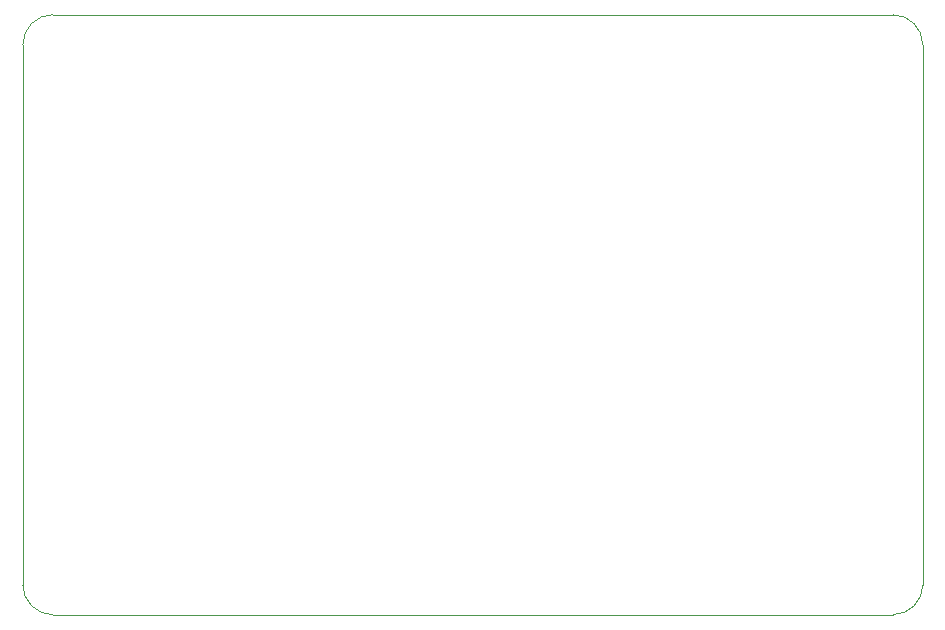
<source format=gbr>
G04 #@! TF.GenerationSoftware,KiCad,Pcbnew,5.1.9+dfsg1-1*
G04 #@! TF.CreationDate,2021-07-14T19:59:06+08:00*
G04 #@! TF.ProjectId,dws2812,64777332-3831-4322-9e6b-696361645f70,rev?*
G04 #@! TF.SameCoordinates,Original*
G04 #@! TF.FileFunction,Profile,NP*
%FSLAX46Y46*%
G04 Gerber Fmt 4.6, Leading zero omitted, Abs format (unit mm)*
G04 Created by KiCad (PCBNEW 5.1.9+dfsg1-1) date 2021-07-14 19:59:06*
%MOMM*%
%LPD*%
G01*
G04 APERTURE LIST*
G04 #@! TA.AperFunction,Profile*
%ADD10C,0.050000*%
G04 #@! TD*
G04 APERTURE END LIST*
D10*
X186055000Y-76200000D02*
G75*
G02*
X188595000Y-78740000I0J-2540000D01*
G01*
X188595000Y-124460000D02*
X188595000Y-78740000D01*
X188595000Y-124460000D02*
G75*
G02*
X186055000Y-127000000I-2540000J0D01*
G01*
X114935000Y-127000000D02*
X186055000Y-127000000D01*
X114935000Y-127000000D02*
G75*
G02*
X112395000Y-124460000I0J2540000D01*
G01*
X112395000Y-78740000D02*
X112395000Y-124460000D01*
X112395000Y-78740000D02*
G75*
G02*
X114935000Y-76200000I2540000J0D01*
G01*
X114935000Y-76200000D02*
X186055000Y-76200000D01*
M02*

</source>
